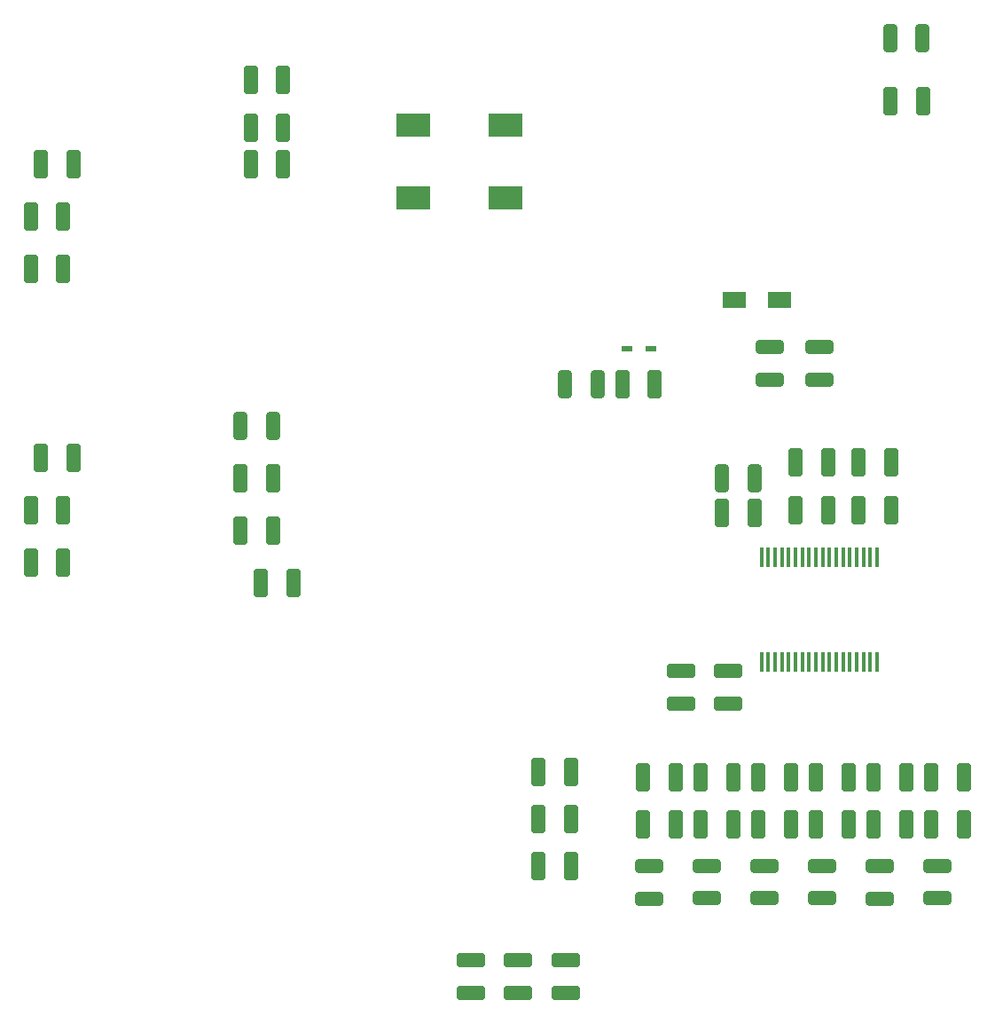
<source format=gbr>
%TF.GenerationSoftware,KiCad,Pcbnew,9.0.0*%
%TF.CreationDate,2025-04-28T14:21:00-07:00*%
%TF.ProjectId,GateDriver,47617465-4472-4697-9665-722e6b696361,rev?*%
%TF.SameCoordinates,Original*%
%TF.FileFunction,Paste,Top*%
%TF.FilePolarity,Positive*%
%FSLAX46Y46*%
G04 Gerber Fmt 4.6, Leading zero omitted, Abs format (unit mm)*
G04 Created by KiCad (PCBNEW 9.0.0) date 2025-04-28 14:21:00*
%MOMM*%
%LPD*%
G01*
G04 APERTURE LIST*
G04 Aperture macros list*
%AMRoundRect*
0 Rectangle with rounded corners*
0 $1 Rounding radius*
0 $2 $3 $4 $5 $6 $7 $8 $9 X,Y pos of 4 corners*
0 Add a 4 corners polygon primitive as box body*
4,1,4,$2,$3,$4,$5,$6,$7,$8,$9,$2,$3,0*
0 Add four circle primitives for the rounded corners*
1,1,$1+$1,$2,$3*
1,1,$1+$1,$4,$5*
1,1,$1+$1,$6,$7*
1,1,$1+$1,$8,$9*
0 Add four rect primitives between the rounded corners*
20,1,$1+$1,$2,$3,$4,$5,0*
20,1,$1+$1,$4,$5,$6,$7,0*
20,1,$1+$1,$6,$7,$8,$9,0*
20,1,$1+$1,$8,$9,$2,$3,0*%
G04 Aperture macros list end*
%ADD10RoundRect,0.250000X0.412500X1.100000X-0.412500X1.100000X-0.412500X-1.100000X0.412500X-1.100000X0*%
%ADD11RoundRect,0.250000X1.100000X-0.412500X1.100000X0.412500X-1.100000X0.412500X-1.100000X-0.412500X0*%
%ADD12RoundRect,0.250000X-0.412500X-1.100000X0.412500X-1.100000X0.412500X1.100000X-0.412500X1.100000X0*%
%ADD13RoundRect,0.250000X0.400000X1.075000X-0.400000X1.075000X-0.400000X-1.075000X0.400000X-1.075000X0*%
%ADD14RoundRect,0.250000X1.075000X-0.400000X1.075000X0.400000X-1.075000X0.400000X-1.075000X-0.400000X0*%
%ADD15R,2.300000X1.550000*%
%ADD16RoundRect,0.250000X-1.100000X0.412500X-1.100000X-0.412500X1.100000X-0.412500X1.100000X0.412500X0*%
%ADD17R,3.200000X2.250000*%
%ADD18RoundRect,0.250000X-1.075000X0.400000X-1.075000X-0.400000X1.075000X-0.400000X1.075000X0.400000X0*%
%ADD19R,0.449999X1.849999*%
%ADD20R,1.075000X0.500000*%
G04 APERTURE END LIST*
D10*
%TO.C,C66*%
X164062500Y-124500000D03*
X160937500Y-124500000D03*
%TD*%
D11*
%TO.C,C29*%
X127000000Y-145062500D03*
X127000000Y-141937500D03*
%TD*%
D10*
%TO.C,C67*%
X158562500Y-124500000D03*
X155437500Y-124500000D03*
%TD*%
%TO.C,C31*%
X132062500Y-124000000D03*
X128937500Y-124000000D03*
%TD*%
D12*
%TO.C,C35*%
X80437500Y-71000000D03*
X83562500Y-71000000D03*
%TD*%
D13*
%TO.C,R45*%
X149550000Y-96000000D03*
X146450000Y-96000000D03*
%TD*%
D14*
%TO.C,R30*%
X167000000Y-136050000D03*
X167000000Y-132950000D03*
%TD*%
D12*
%TO.C,C34*%
X80437500Y-76000000D03*
X83562500Y-76000000D03*
%TD*%
D10*
%TO.C,C68*%
X153062500Y-124500000D03*
X149937500Y-124500000D03*
%TD*%
D12*
%TO.C,C45*%
X101437500Y-58000000D03*
X104562500Y-58000000D03*
%TD*%
D10*
%TO.C,C52*%
X105562500Y-106000000D03*
X102437500Y-106000000D03*
%TD*%
D13*
%TO.C,R44*%
X165600000Y-54000000D03*
X162500000Y-54000000D03*
%TD*%
D10*
%TO.C,C65*%
X169562500Y-124500000D03*
X166437500Y-124500000D03*
%TD*%
D12*
%TO.C,C44*%
X101437500Y-62500000D03*
X104562500Y-62500000D03*
%TD*%
D14*
%TO.C,R28*%
X156000000Y-136050000D03*
X156000000Y-132950000D03*
%TD*%
D10*
%TO.C,C53*%
X103562500Y-101000000D03*
X100437500Y-101000000D03*
%TD*%
D15*
%TO.C,D13*%
X151900000Y-79000000D03*
X147600000Y-79000000D03*
%TD*%
D12*
%TO.C,C85*%
X146437500Y-99250000D03*
X149562500Y-99250000D03*
%TD*%
D14*
%TO.C,R27*%
X150500000Y-136062500D03*
X150500000Y-132962500D03*
%TD*%
D16*
%TO.C,C20*%
X142500000Y-114375000D03*
X142500000Y-117500000D03*
%TD*%
D17*
%TO.C,D1*%
X117000000Y-62300000D03*
X117000000Y-69200000D03*
%TD*%
D10*
%TO.C,C32*%
X132000000Y-133000000D03*
X128875000Y-133000000D03*
%TD*%
%TO.C,C69*%
X147562500Y-124500000D03*
X144437500Y-124500000D03*
%TD*%
D11*
%TO.C,C28*%
X122500000Y-145062500D03*
X122500000Y-141937500D03*
%TD*%
D18*
%TO.C,R47*%
X151000000Y-83450000D03*
X151000000Y-86550000D03*
%TD*%
D12*
%TO.C,C83*%
X162500000Y-60000000D03*
X165625000Y-60000000D03*
%TD*%
%TO.C,C43*%
X101437500Y-66000000D03*
X104562500Y-66000000D03*
%TD*%
%TO.C,C36*%
X81437500Y-66000000D03*
X84562500Y-66000000D03*
%TD*%
D10*
%TO.C,C76*%
X142062500Y-129000000D03*
X138937500Y-129000000D03*
%TD*%
D12*
%TO.C,C51*%
X81437500Y-94000000D03*
X84562500Y-94000000D03*
%TD*%
D16*
%TO.C,C64*%
X147000000Y-114375000D03*
X147000000Y-117500000D03*
%TD*%
D12*
%TO.C,C80*%
X153437500Y-99000000D03*
X156562500Y-99000000D03*
%TD*%
D13*
%TO.C,R46*%
X134550000Y-87000000D03*
X131450000Y-87000000D03*
%TD*%
D10*
%TO.C,C71*%
X169562500Y-129000000D03*
X166437500Y-129000000D03*
%TD*%
%TO.C,C70*%
X142062500Y-124500000D03*
X138937500Y-124500000D03*
%TD*%
D17*
%TO.C,D2*%
X125750000Y-62300000D03*
X125750000Y-69200000D03*
%TD*%
D14*
%TO.C,R25*%
X139500000Y-136112500D03*
X139500000Y-133012500D03*
%TD*%
D11*
%TO.C,C30*%
X131500000Y-145062500D03*
X131500000Y-141937500D03*
%TD*%
D12*
%TO.C,C49*%
X80437500Y-104000000D03*
X83562500Y-104000000D03*
%TD*%
D14*
%TO.C,R29*%
X161500000Y-136112500D03*
X161500000Y-133012500D03*
%TD*%
D10*
%TO.C,C75*%
X147562500Y-129000000D03*
X144437500Y-129000000D03*
%TD*%
D12*
%TO.C,C59*%
X159437500Y-99000000D03*
X162562500Y-99000000D03*
%TD*%
D10*
%TO.C,C73*%
X158562500Y-129000000D03*
X155437500Y-129000000D03*
%TD*%
%TO.C,C72*%
X164062500Y-129000000D03*
X160937500Y-129000000D03*
%TD*%
D19*
%TO.C,U1*%
X150200001Y-113500000D03*
X150850002Y-113500000D03*
X151500001Y-113500000D03*
X152150002Y-113500000D03*
X152800001Y-113500000D03*
X153450002Y-113500000D03*
X154100000Y-113500000D03*
X154750002Y-113500000D03*
X155400000Y-113500000D03*
X156050002Y-113500000D03*
X156700000Y-113500000D03*
X157350002Y-113500000D03*
X158000000Y-113500000D03*
X158650001Y-113500000D03*
X159300000Y-113500000D03*
X159950001Y-113500000D03*
X160600000Y-113500000D03*
X161250001Y-113500000D03*
X161250001Y-103550002D03*
X160600000Y-103550002D03*
X159950001Y-103550002D03*
X159300000Y-103550002D03*
X158650001Y-103550002D03*
X158000000Y-103550002D03*
X157350002Y-103550002D03*
X156700000Y-103550002D03*
X156050002Y-103550002D03*
X155400000Y-103550002D03*
X154750002Y-103550002D03*
X154100000Y-103550002D03*
X153450002Y-103550002D03*
X152800001Y-103550002D03*
X152150002Y-103550002D03*
X151500001Y-103550002D03*
X150850002Y-103550002D03*
X150200001Y-103550002D03*
%TD*%
D20*
%TO.C,D9*%
X137338000Y-83625000D03*
X139662000Y-83625000D03*
%TD*%
D12*
%TO.C,C50*%
X80437500Y-99000000D03*
X83562500Y-99000000D03*
%TD*%
D10*
%TO.C,C33*%
X132062500Y-128500000D03*
X128937500Y-128500000D03*
%TD*%
%TO.C,C81*%
X140037500Y-87000000D03*
X136912500Y-87000000D03*
%TD*%
D13*
%TO.C,R24*%
X103550000Y-91000000D03*
X100450000Y-91000000D03*
%TD*%
D12*
%TO.C,C79*%
X153437500Y-94500000D03*
X156562500Y-94500000D03*
%TD*%
D18*
%TO.C,R48*%
X155750000Y-83450000D03*
X155750000Y-86550000D03*
%TD*%
D14*
%TO.C,R26*%
X145000000Y-136050000D03*
X145000000Y-132950000D03*
%TD*%
D10*
%TO.C,C74*%
X153062500Y-129000000D03*
X149937500Y-129000000D03*
%TD*%
D12*
%TO.C,C60*%
X159437500Y-94500000D03*
X162562500Y-94500000D03*
%TD*%
D10*
%TO.C,C54*%
X103562500Y-96000000D03*
X100437500Y-96000000D03*
%TD*%
M02*

</source>
